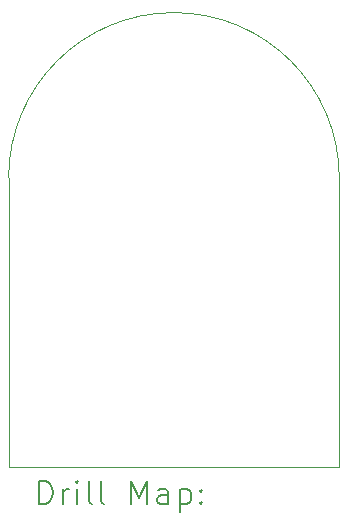
<source format=gbr>
%TF.GenerationSoftware,KiCad,Pcbnew,9.0.4-9.0.4-0~ubuntu22.04.1*%
%TF.CreationDate,2025-10-19T11:47:48+01:00*%
%TF.ProjectId,CD40106_VCO,43443430-3130-4365-9f56-434f2e6b6963,rev?*%
%TF.SameCoordinates,Original*%
%TF.FileFunction,Drillmap*%
%TF.FilePolarity,Positive*%
%FSLAX45Y45*%
G04 Gerber Fmt 4.5, Leading zero omitted, Abs format (unit mm)*
G04 Created by KiCad (PCBNEW 9.0.4-9.0.4-0~ubuntu22.04.1) date 2025-10-19 11:47:48*
%MOMM*%
%LPD*%
G01*
G04 APERTURE LIST*
%ADD10C,0.050000*%
%ADD11C,0.200000*%
G04 APERTURE END LIST*
D10*
X4300000Y-7500000D02*
X1500000Y-7500000D01*
X1500000Y-5050000D02*
G75*
G02*
X4300000Y-5050000I1400000J0D01*
G01*
X1500000Y-7500000D02*
X1500000Y-5050000D01*
X4300000Y-7500000D02*
X4300000Y-5050000D01*
D11*
X1758277Y-7813984D02*
X1758277Y-7613984D01*
X1758277Y-7613984D02*
X1805896Y-7613984D01*
X1805896Y-7613984D02*
X1834467Y-7623508D01*
X1834467Y-7623508D02*
X1853515Y-7642555D01*
X1853515Y-7642555D02*
X1863039Y-7661603D01*
X1863039Y-7661603D02*
X1872562Y-7699698D01*
X1872562Y-7699698D02*
X1872562Y-7728269D01*
X1872562Y-7728269D02*
X1863039Y-7766365D01*
X1863039Y-7766365D02*
X1853515Y-7785412D01*
X1853515Y-7785412D02*
X1834467Y-7804460D01*
X1834467Y-7804460D02*
X1805896Y-7813984D01*
X1805896Y-7813984D02*
X1758277Y-7813984D01*
X1958277Y-7813984D02*
X1958277Y-7680650D01*
X1958277Y-7718746D02*
X1967801Y-7699698D01*
X1967801Y-7699698D02*
X1977324Y-7690174D01*
X1977324Y-7690174D02*
X1996372Y-7680650D01*
X1996372Y-7680650D02*
X2015420Y-7680650D01*
X2082086Y-7813984D02*
X2082086Y-7680650D01*
X2082086Y-7613984D02*
X2072562Y-7623508D01*
X2072562Y-7623508D02*
X2082086Y-7633031D01*
X2082086Y-7633031D02*
X2091610Y-7623508D01*
X2091610Y-7623508D02*
X2082086Y-7613984D01*
X2082086Y-7613984D02*
X2082086Y-7633031D01*
X2205896Y-7813984D02*
X2186848Y-7804460D01*
X2186848Y-7804460D02*
X2177324Y-7785412D01*
X2177324Y-7785412D02*
X2177324Y-7613984D01*
X2310658Y-7813984D02*
X2291610Y-7804460D01*
X2291610Y-7804460D02*
X2282086Y-7785412D01*
X2282086Y-7785412D02*
X2282086Y-7613984D01*
X2539229Y-7813984D02*
X2539229Y-7613984D01*
X2539229Y-7613984D02*
X2605896Y-7756841D01*
X2605896Y-7756841D02*
X2672563Y-7613984D01*
X2672563Y-7613984D02*
X2672563Y-7813984D01*
X2853515Y-7813984D02*
X2853515Y-7709222D01*
X2853515Y-7709222D02*
X2843991Y-7690174D01*
X2843991Y-7690174D02*
X2824943Y-7680650D01*
X2824943Y-7680650D02*
X2786848Y-7680650D01*
X2786848Y-7680650D02*
X2767801Y-7690174D01*
X2853515Y-7804460D02*
X2834467Y-7813984D01*
X2834467Y-7813984D02*
X2786848Y-7813984D01*
X2786848Y-7813984D02*
X2767801Y-7804460D01*
X2767801Y-7804460D02*
X2758277Y-7785412D01*
X2758277Y-7785412D02*
X2758277Y-7766365D01*
X2758277Y-7766365D02*
X2767801Y-7747317D01*
X2767801Y-7747317D02*
X2786848Y-7737793D01*
X2786848Y-7737793D02*
X2834467Y-7737793D01*
X2834467Y-7737793D02*
X2853515Y-7728269D01*
X2948753Y-7680650D02*
X2948753Y-7880650D01*
X2948753Y-7690174D02*
X2967801Y-7680650D01*
X2967801Y-7680650D02*
X3005896Y-7680650D01*
X3005896Y-7680650D02*
X3024943Y-7690174D01*
X3024943Y-7690174D02*
X3034467Y-7699698D01*
X3034467Y-7699698D02*
X3043991Y-7718746D01*
X3043991Y-7718746D02*
X3043991Y-7775888D01*
X3043991Y-7775888D02*
X3034467Y-7794936D01*
X3034467Y-7794936D02*
X3024943Y-7804460D01*
X3024943Y-7804460D02*
X3005896Y-7813984D01*
X3005896Y-7813984D02*
X2967801Y-7813984D01*
X2967801Y-7813984D02*
X2948753Y-7804460D01*
X3129705Y-7794936D02*
X3139229Y-7804460D01*
X3139229Y-7804460D02*
X3129705Y-7813984D01*
X3129705Y-7813984D02*
X3120182Y-7804460D01*
X3120182Y-7804460D02*
X3129705Y-7794936D01*
X3129705Y-7794936D02*
X3129705Y-7813984D01*
X3129705Y-7690174D02*
X3139229Y-7699698D01*
X3139229Y-7699698D02*
X3129705Y-7709222D01*
X3129705Y-7709222D02*
X3120182Y-7699698D01*
X3120182Y-7699698D02*
X3129705Y-7690174D01*
X3129705Y-7690174D02*
X3129705Y-7709222D01*
M02*

</source>
